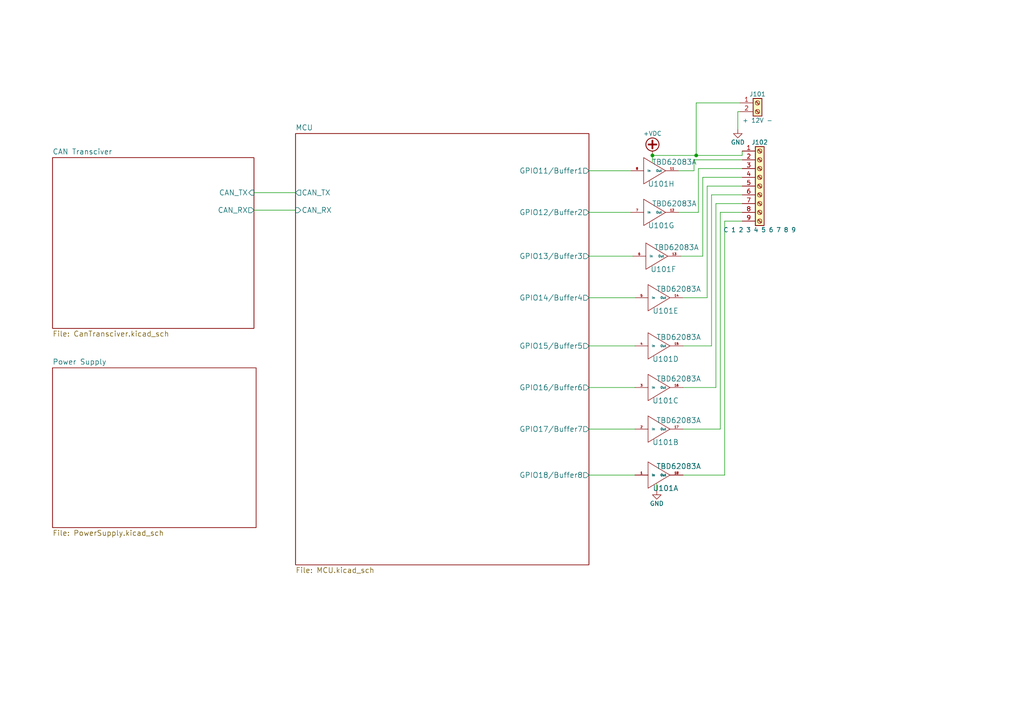
<source format=kicad_sch>
(kicad_sch (version 20211123) (generator eeschema)
  (paper "A4")
  (lib_symbols
    (symbol "ESP32-Mini32-OctalBuffer-rescue:+VDC" (power) (pin_names (offset 0))
      (property "Value" "+VDC" (at 0 6.35 0))
      (symbol "+VDC_0_1"
        (polyline (pts (xy -1.143 3.175) (xy 1.143 3.175)) (stroke (width 0.508)))
        (polyline (pts (xy 0 0) (xy 0 1.27)))
        (polyline (pts (xy 0 2.032) (xy 0 4.318)) (stroke (width 0.508)))
        (circle (center 0 3.175) (radius 1.905) (stroke (width 0.254)))
      )
      (symbol "+VDC_1_1"
        (pin power_in line (at 0 0 90) (length 0) hide (name "+VDC") (number "1"))
      )
    )
    (symbol "ESP32-Mini32-OctalBuffer-rescue:GND" (power) (pin_names (offset 0))
      (property "Value" "GND" (at 0 -3.81 0))
      (symbol "GND_0_1"
        (polyline (pts (xy 0 0) (xy 0 -1.27) (xy 1.27 -1.27) (xy 0 -2.54) (xy -1.27 -1.27) (xy 0 -1.27)))
      )
      (symbol "GND_1_1"
        (pin power_in line (at 0 0 270) (length 0) hide (name "GND") (number "1"))
      )
    )
    (symbol "ESP32-Mini32-OctalBuffer-rescue:Screw_Terminal_01x02" (pin_names (offset 1.016) hide)
      (property "Reference" "J" (at 0 2.54 0))
      (property "Value" "Screw_Terminal_01x02" (at 0 -5.08 0))
      (symbol "Screw_Terminal_01x02_1_1"
        (rectangle (start -1.27 1.27) (end 1.27 -3.81) (stroke (width 0.254)) (fill (type background)))
        (circle (center 0 -2.54) (radius 0.635) (stroke (width 0.1524)))
        (polyline (pts (xy -0.5334 -2.2098) (xy 0.3302 -3.048)) (stroke (width 0.1524)))
        (polyline (pts (xy -0.5334 0.3302) (xy 0.3302 -0.508)) (stroke (width 0.1524)))
        (polyline (pts (xy -0.3556 -2.032) (xy 0.508 -2.8702)) (stroke (width 0.1524)))
        (polyline (pts (xy -0.3556 0.508) (xy 0.508 -0.3302)) (stroke (width 0.1524)))
        (circle (center 0 0) (radius 0.635) (stroke (width 0.1524)))
        (pin passive line (at -5.08 0 0) (length 3.81) (name "Pin_1") (number "1"))
        (pin passive line (at -5.08 -2.54 0) (length 3.81) (name "Pin_2") (number "2"))
      )
    )
    (symbol "ESP32-Mini32-OctalBuffer-rescue:Screw_Terminal_01x09" (pin_names (offset 1.016) hide)
      (property "Reference" "J" (at 0 12.7 0))
      (property "Value" "Screw_Terminal_01x09" (at 0 -12.7 0))
      (symbol "Screw_Terminal_01x09_1_1"
        (rectangle (start -1.27 11.43) (end 1.27 -11.43) (stroke (width 0.254)) (fill (type background)))
        (circle (center 0 -10.16) (radius 0.635) (stroke (width 0.1524)))
        (circle (center 0 -7.62) (radius 0.635) (stroke (width 0.1524)))
        (circle (center 0 -5.08) (radius 0.635) (stroke (width 0.1524)))
        (circle (center 0 -2.54) (radius 0.635) (stroke (width 0.1524)))
        (polyline (pts (xy -0.5334 -9.8298) (xy 0.3302 -10.668)) (stroke (width 0.1524)))
        (polyline (pts (xy -0.5334 -7.2898) (xy 0.3302 -8.128)) (stroke (width 0.1524)))
        (polyline (pts (xy -0.5334 -4.7498) (xy 0.3302 -5.588)) (stroke (width 0.1524)))
        (polyline (pts (xy -0.5334 -2.2098) (xy 0.3302 -3.048)) (stroke (width 0.1524)))
        (polyline (pts (xy -0.5334 0.3302) (xy 0.3302 -0.508)) (stroke (width 0.1524)))
        (polyline (pts (xy -0.5334 2.8702) (xy 0.3302 2.032)) (stroke (width 0.1524)))
        (polyline (pts (xy -0.5334 5.4102) (xy 0.3302 4.572)) (stroke (width 0.1524)))
        (polyline (pts (xy -0.5334 7.9502) (xy 0.3302 7.112)) (stroke (width 0.1524)))
        (polyline (pts (xy -0.5334 10.4902) (xy 0.3302 9.652)) (stroke (width 0.1524)))
        (polyline (pts (xy -0.3556 -9.652) (xy 0.508 -10.4902)) (stroke (width 0.1524)))
        (polyline (pts (xy -0.3556 -7.112) (xy 0.508 -7.9502)) (stroke (width 0.1524)))
        (polyline (pts (xy -0.3556 -4.572) (xy 0.508 -5.4102)) (stroke (width 0.1524)))
        (polyline (pts (xy -0.3556 -2.032) (xy 0.508 -2.8702)) (stroke (width 0.1524)))
        (polyline (pts (xy -0.3556 0.508) (xy 0.508 -0.3302)) (stroke (width 0.1524)))
        (polyline (pts (xy -0.3556 3.048) (xy 0.508 2.2098)) (stroke (width 0.1524)))
        (polyline (pts (xy -0.3556 5.588) (xy 0.508 4.7498)) (stroke (width 0.1524)))
        (polyline (pts (xy -0.3556 8.128) (xy 0.508 7.2898)) (stroke (width 0.1524)))
        (polyline (pts (xy -0.3556 10.668) (xy 0.508 9.8298)) (stroke (width 0.1524)))
        (circle (center 0 0) (radius 0.635) (stroke (width 0.1524)))
        (circle (center 0 2.54) (radius 0.635) (stroke (width 0.1524)))
        (circle (center 0 5.08) (radius 0.635) (stroke (width 0.1524)))
        (circle (center 0 7.62) (radius 0.635) (stroke (width 0.1524)))
        (circle (center 0 10.16) (radius 0.635) (stroke (width 0.1524)))
        (pin passive line (at -5.08 10.16 0) (length 3.81) (name "Pin_1") (number "1"))
        (pin passive line (at -5.08 7.62 0) (length 3.81) (name "Pin_2") (number "2"))
        (pin passive line (at -5.08 5.08 0) (length 3.81) (name "Pin_3") (number "3"))
        (pin passive line (at -5.08 2.54 0) (length 3.81) (name "Pin_4") (number "4"))
        (pin passive line (at -5.08 0 0) (length 3.81) (name "Pin_5") (number "5"))
        (pin passive line (at -5.08 -2.54 0) (length 3.81) (name "Pin_6") (number "6"))
        (pin passive line (at -5.08 -5.08 0) (length 3.81) (name "Pin_7") (number "7"))
        (pin passive line (at -5.08 -7.62 0) (length 3.81) (name "Pin_8") (number "8"))
        (pin passive line (at -5.08 -10.16 0) (length 3.81) (name "Pin_9") (number "9"))
      )
    )
    (symbol "tbd62x83a:TBD62083A" (pin_names (offset 1.016))
      (property "Reference" "U" (at 2.54 -3.81 0))
      (property "Value" "TBD62083A" (at 6.35 2.54 0))
      (symbol "TBD62083A_0_1"
        (polyline (pts (xy -2.54 3.81) (xy 3.81 0) (xy -2.54 -3.81) (xy -2.54 3.81)))
        (pin unspecified line (at 0 2.54 0) (length 0) hide (name "OC") (number "10"))
        (pin unspecified line (at 0 -2.54 0) (length 0) hide (name "IC") (number "9"))
      )
      (symbol "TBD62083A_1_1"
        (pin input line (at -6.35 0 0) (length 3.81) (name "In") (number "1"))
        (pin output line (at 7.62 0 180) (length 3.81) (name "Out") (number "18"))
      )
      (symbol "TBD62083A_2_1"
        (pin output line (at 7.62 0 180) (length 3.81) (name "Out") (number "17"))
        (pin input line (at -6.35 0 0) (length 3.81) (name "In") (number "2"))
      )
      (symbol "TBD62083A_3_1"
        (pin output line (at 7.62 0 180) (length 3.81) (name "Out") (number "16"))
        (pin input line (at -6.35 0 0) (length 3.81) (name "In") (number "3"))
      )
      (symbol "TBD62083A_4_1"
        (pin output line (at 7.62 0 180) (length 3.81) (name "Out") (number "15"))
        (pin input line (at -6.35 0 0) (length 3.81) (name "In") (number "4"))
      )
      (symbol "TBD62083A_5_1"
        (pin output line (at 7.62 0 180) (length 3.81) (name "Out") (number "14"))
        (pin input line (at -6.35 0 0) (length 3.81) (name "In") (number "5"))
      )
      (symbol "TBD62083A_6_1"
        (pin output line (at 7.62 0 180) (length 3.81) (name "Out") (number "13"))
        (pin input line (at -6.35 0 0) (length 3.81) (name "In") (number "6"))
      )
      (symbol "TBD62083A_7_1"
        (pin output line (at 7.62 0 180) (length 3.81) (name "Out") (number "12"))
        (pin input line (at -6.35 0 0) (length 3.81) (name "In") (number "7"))
      )
      (symbol "TBD62083A_8_1"
        (pin output line (at 7.62 0 180) (length 3.81) (name "Out") (number "11"))
        (pin input line (at -6.35 0 0) (length 3.81) (name "In") (number "8"))
      )
    )
  )
  (junction (at 201.93 45.085))
  (junction (at 189.23 45.085))
  (wire (pts (xy 196.85 49.53) (xy 201.295 49.53)))
  (wire (pts (xy 205.105 53.975) (xy 205.105 86.36)))
  (wire (pts (xy 215.265 59.055) (xy 207.645 59.055)))
  (wire (pts (xy 201.93 45.085) (xy 215.265 45.085)))
  (wire (pts (xy 170.815 124.46) (xy 184.15 124.46)))
  (wire (pts (xy 206.375 56.515) (xy 206.375 100.33)))
  (wire (pts (xy 210.185 64.135) (xy 210.185 137.795)))
  (wire (pts (xy 190.5 140.335) (xy 190.5 142.24)))
  (wire (pts (xy 73.66 60.96) (xy 85.725 60.96)))
  (wire (pts (xy 201.93 29.845) (xy 201.93 45.085)))
  (wire (pts (xy 170.815 86.36) (xy 184.15 86.36)))
  (wire (pts (xy 215.265 53.975) (xy 205.105 53.975)))
  (wire (pts (xy 202.565 48.895) (xy 215.265 48.895)))
  (wire (pts (xy 214.63 32.385) (xy 213.995 32.385)))
  (wire (pts (xy 215.265 51.435) (xy 203.835 51.435)))
  (wire (pts (xy 183.515 74.295) (xy 170.815 74.295)))
  (wire (pts (xy 215.265 45.085) (xy 215.265 43.815)))
  (wire (pts (xy 170.815 100.33) (xy 184.15 100.33)))
  (wire (pts (xy 213.995 32.385) (xy 213.995 37.465)))
  (wire (pts (xy 207.645 59.055) (xy 207.645 112.395)))
  (wire (pts (xy 196.85 61.595) (xy 202.565 61.595)))
  (wire (pts (xy 215.265 46.355) (xy 201.295 46.355)))
  (wire (pts (xy 215.265 56.515) (xy 206.375 56.515)))
  (wire (pts (xy 203.835 74.295) (xy 197.485 74.295)))
  (wire (pts (xy 210.185 137.795) (xy 198.12 137.795)))
  (wire (pts (xy 215.265 61.595) (xy 208.915 61.595)))
  (wire (pts (xy 170.815 49.53) (xy 182.88 49.53)))
  (wire (pts (xy 205.105 86.36) (xy 198.12 86.36)))
  (wire (pts (xy 207.645 112.395) (xy 198.12 112.395)))
  (wire (pts (xy 208.915 61.595) (xy 208.915 124.46)))
  (wire (pts (xy 206.375 100.33) (xy 198.12 100.33)))
  (wire (pts (xy 203.835 51.435) (xy 203.835 74.295)))
  (wire (pts (xy 170.815 61.595) (xy 182.88 61.595)))
  (wire (pts (xy 170.815 137.795) (xy 184.15 137.795)))
  (wire (pts (xy 215.265 64.135) (xy 210.185 64.135)))
  (wire (pts (xy 208.915 124.46) (xy 198.12 124.46)))
  (wire (pts (xy 73.66 55.88) (xy 85.725 55.88)))
  (wire (pts (xy 201.93 29.845) (xy 214.63 29.845)))
  (wire (pts (xy 189.23 45.085) (xy 189.23 46.99)))
  (wire (pts (xy 170.815 112.395) (xy 184.15 112.395)))
  (wire (pts (xy 202.565 61.595) (xy 202.565 48.895)))
  (wire (pts (xy 189.23 45.085) (xy 201.93 45.085)))
  (wire (pts (xy 201.295 46.355) (xy 201.295 49.53)))
  (symbol (lib_id "tbd62x83a:TBD62083A") (at 189.23 49.53 0) (unit 8)
    (property "Reference" "U101" (at 191.77 53.34 0) (effects (font (size 1.524 1.524))))
    (property "Value" "TBD62083A" (at 195.58 46.99 0) (effects (font (size 1.524 1.524))))
    (property "Footprint" "Housings_SOIC:SOIC-18W_7.5x11.6mm_Pitch1.27mm" (effects hide))
    (property "Mouser Part Number" "757-TBD62083AFGEL" (effects hide))
    (property "LCSC" "C163228" (effects hide))
    (property "MPN" "TOSHIBA TBD62083AFG,EL" (effects hide))
  )
  (symbol (lib_id "tbd62x83a:TBD62083A") (at 189.23 61.595 0) (unit 7)
    (property "Reference" "U101" (at 191.77 65.405 0) (effects (font (size 1.524 1.524))))
    (property "Value" "TBD62083A" (at 195.58 59.055 0) (effects (font (size 1.524 1.524))))
    (property "Footprint" "Housings_SOIC:SOIC-18W_7.5x11.6mm_Pitch1.27mm" (effects hide))
    (property "Mouser Part Number" "757-TBD62083AFGEL" (effects hide))
    (property "LCSC" "C163228" (effects hide))
    (property "MPN" "TOSHIBA TBD62083AFG,EL" (effects hide))
  )
  (symbol (lib_id "tbd62x83a:TBD62083A") (at 189.865 74.295 0) (unit 6)
    (property "Reference" "U101" (at 192.405 78.105 0) (effects (font (size 1.524 1.524))))
    (property "Value" "TBD62083A" (at 196.215 71.755 0) (effects (font (size 1.524 1.524))))
    (property "Footprint" "Housings_SOIC:SOIC-18W_7.5x11.6mm_Pitch1.27mm" (effects hide))
    (property "Mouser Part Number" "757-TBD62083AFGEL" (effects hide))
    (property "LCSC" "C163228" (effects hide))
    (property "MPN" "TOSHIBA TBD62083AFG,EL" (effects hide))
  )
  (symbol (lib_id "tbd62x83a:TBD62083A") (at 190.5 86.36 0) (unit 5)
    (property "Reference" "U101" (at 193.04 90.17 0) (effects (font (size 1.524 1.524))))
    (property "Value" "TBD62083A" (at 196.85 83.82 0) (effects (font (size 1.524 1.524))))
    (property "Footprint" "Housings_SOIC:SOIC-18W_7.5x11.6mm_Pitch1.27mm" (effects hide))
    (property "Mouser Part Number" "757-TBD62083AFGEL" (effects hide))
    (property "LCSC" "C163228" (effects hide))
    (property "MPN" "TOSHIBA TBD62083AFG,EL" (effects hide))
  )
  (symbol (lib_id "tbd62x83a:TBD62083A") (at 190.5 100.33 0) (unit 4)
    (property "Reference" "U101" (at 193.04 104.14 0) (effects (font (size 1.524 1.524))))
    (property "Value" "TBD62083A" (at 196.85 97.79 0) (effects (font (size 1.524 1.524))))
    (property "Footprint" "Housings_SOIC:SOIC-18W_7.5x11.6mm_Pitch1.27mm" (effects hide))
    (property "Mouser Part Number" "757-TBD62083AFGEL" (effects hide))
    (property "LCSC" "C163228" (effects hide))
    (property "MPN" "TOSHIBA TBD62083AFG,EL" (effects hide))
  )
  (symbol (lib_id "tbd62x83a:TBD62083A") (at 190.5 112.395 0) (unit 3)
    (property "Reference" "U101" (at 193.04 116.205 0) (effects (font (size 1.524 1.524))))
    (property "Value" "TBD62083A" (at 196.85 109.855 0) (effects (font (size 1.524 1.524))))
    (property "Footprint" "Housings_SOIC:SOIC-18W_7.5x11.6mm_Pitch1.27mm" (effects hide))
    (property "Mouser Part Number" "757-TBD62083AFGEL" (effects hide))
    (property "LCSC" "C163228" (effects hide))
    (property "MPN" "TOSHIBA TBD62083AFG,EL" (effects hide))
  )
  (symbol (lib_id "tbd62x83a:TBD62083A") (at 190.5 124.46 0) (unit 2)
    (property "Reference" "U101" (at 193.04 128.27 0) (effects (font (size 1.524 1.524))))
    (property "Value" "TBD62083A" (at 196.85 121.92 0) (effects (font (size 1.524 1.524))))
    (property "Footprint" "Housings_SOIC:SOIC-18W_7.5x11.6mm_Pitch1.27mm" (effects hide))
    (property "Mouser Part Number" "757-TBD62083AFGEL" (effects hide))
    (property "LCSC" "C163228" (effects hide))
    (property "MPN" "TOSHIBA TBD62083AFG,EL" (effects hide))
  )
  (symbol (lib_id "tbd62x83a:TBD62083A") (at 190.5 137.795 0) (unit 1)
    (property "Reference" "U101" (at 193.04 141.605 0) (effects (font (size 1.524 1.524))))
    (property "Value" "TBD62083A" (at 196.85 135.255 0) (effects (font (size 1.524 1.524))))
    (property "Footprint" "Housings_SOIC:SOIC-18W_7.5x11.6mm_Pitch1.27mm" (effects hide))
    (property "Mouser Part Number" "757-TBD62083AFGEL" (effects hide))
    (property "LCSC" "C163228" (effects hide))
    (property "MPN" "TOSHIBA TBD62083AFG,EL" (effects hide))
  )
  (symbol (lib_id "ESP32-Mini32-OctalBuffer-rescue:+VDC") (at 189.23 45.085 0) (unit 1)
    (property "Reference" "#PWR01" (effects hide))
    (property "Value" "+VDC" (at 189.23 38.735 0))
  )
  (symbol (lib_id "ESP32-Mini32-OctalBuffer-rescue:GND") (at 190.5 142.24 0) (unit 1)
    (property "Reference" "#PWR02" (effects hide))
    (property "Value" "GND" (at 190.5 146.05 0))
  )
  (symbol (lib_id "ESP32-Mini32-OctalBuffer-rescue:Screw_Terminal_01x09") (at 220.345 53.975 0) (unit 1) (in_bom no)
    (property "Reference" "J102" (at 220.345 41.275 0))
    (property "Value" "C 1 2 3 4 5 6 7 8 9" (at 220.345 66.675 0))
    (property "Footprint" "Terminal_Blocks:TerminalBlock_Pheonix_PT-3.5mm_9pol" (effects hide))
  )
  (symbol (lib_id "ESP32-Mini32-OctalBuffer-rescue:Screw_Terminal_01x02") (at 219.71 29.845 0) (unit 1) (in_bom no)
    (property "Reference" "J101" (at 219.71 27.305 0))
    (property "Value" "+ 12V -" (at 219.71 34.925 0))
    (property "Footprint" "Terminal_Blocks:TerminalBlock_Pheonix_PT-3.5mm_2pol" (effects hide))
  )
  (symbol (lib_id "ESP32-Mini32-OctalBuffer-rescue:GND") (at 213.995 37.465 0) (unit 1)
    (property "Reference" "#PWR03" (effects hide))
    (property "Value" "GND" (at 213.995 41.275 0))
  )
  (sheet (at 85.725 38.735) (size 85.09 125.095)
    (property "Sheet name" "MCU" (at 85.725 37.8964 0) (effects (font (size 1.524 1.524)) (justify left bottom)))
    (property "Sheet file" "MCU.kicad_sch" (at 85.725 164.5162 0) (effects (font (size 1.524 1.524)) (justify left top)))
    (pin "GPIO11/Buffer1" output (at 170.815 49.53 0) (effects (font (size 1.524 1.524))))
    (pin "GPIO12/Buffer2" output (at 170.815 61.595 0) (effects (font (size 1.524 1.524))))
    (pin "GPIO13/Buffer3" output (at 170.815 74.295 0) (effects (font (size 1.524 1.524))))
    (pin "GPIO14/Buffer4" output (at 170.815 86.36 0) (effects (font (size 1.524 1.524))))
    (pin "GPIO15/Buffer5" output (at 170.815 100.33 0) (effects (font (size 1.524 1.524))))
    (pin "GPIO16/Buffer6" output (at 170.815 112.395 0) (effects (font (size 1.524 1.524))))
    (pin "GPIO17/Buffer7" output (at 170.815 124.46 0) (effects (font (size 1.524 1.524))))
    (pin "GPIO18/Buffer8" output (at 170.815 137.795 0) (effects (font (size 1.524 1.524))))
    (pin "CAN_RX" input (at 85.725 60.96 180) (effects (font (size 1.524 1.524))))
    (pin "CAN_TX" output (at 85.725 55.88 180) (effects (font (size 1.524 1.524))))
  )
  (sheet (at 15.24 45.72) (size 58.42 49.53)
    (property "Sheet name" "CAN Transciver" (at 15.24 44.8814 0) (effects (font (size 1.524 1.524)) (justify left bottom)))
    (property "Sheet file" "CanTransciver.kicad_sch" (at 15.24 95.9362 0) (effects (font (size 1.524 1.524)) (justify left top)))
    (pin "CAN_TX" input (at 73.66 55.88 0) (effects (font (size 1.524 1.524))))
    (pin "CAN_RX" output (at 73.66 60.96 0) (effects (font (size 1.524 1.524))))
  )
  (sheet (at 15.24 106.68) (size 59.055 46.355)
    (property "Sheet name" "Power Supply" (at 15.24 105.8414 0) (effects (font (size 1.524 1.524)) (justify left bottom)))
    (property "Sheet file" "PowerSupply.kicad_sch" (at 15.24 153.7212 0) (effects (font (size 1.524 1.524)) (justify left top)))
  )
)
</source>
